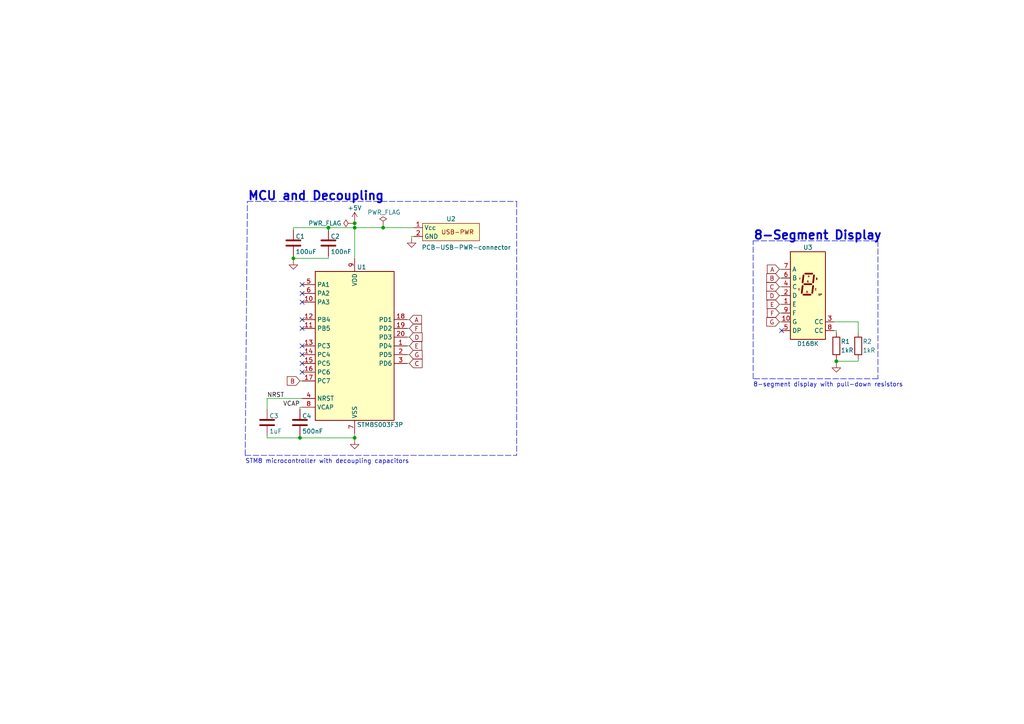
<source format=kicad_sch>
(kicad_sch (version 20211123) (generator eeschema)
  (paper "A4")
  (title_block (title "Career Fair Spring 24 Handout") (date "2024-01-09") (rev "0.12") (company "Johnathan Trachte"))
  (lib_symbols
    (symbol "Device:C" (pin_numbers hide) (pin_names (offset 0.254))
      (property "Reference" "C" (at 0.635 2.54 0))
      (property "Value" "C" (at 0.635 -2.54 0))
      (symbol "C_0_1"
        (polyline (pts (xy -2.032 -0.762) (xy 2.032 -0.762)) (stroke (width 0.508)))
        (polyline (pts (xy -2.032 0.762) (xy 2.032 0.762)) (stroke (width 0.508)))
      )
      (symbol "C_1_1"
        (pin passive line (at 0 3.81 270) (length 2.794) (name "~") (number "1"))
        (pin passive line (at 0 -3.81 90) (length 2.794) (name "~") (number "2"))
      )
    )
    (symbol "Device:R" (pin_numbers hide) (pin_names (offset 0))
      (property "Reference" "R" (at 2.032 0 90))
      (property "Value" "R" (at 0 0 90))
      (symbol "R_0_1"
        (rectangle (start -1.016 -2.54) (end 1.016 2.54) (stroke (width 0.254)))
      )
      (symbol "R_1_1"
        (pin passive line (at 0 3.81 270) (length 1.27) (name "~") (number "1"))
        (pin passive line (at 0 -3.81 90) (length 1.27) (name "~") (number "2"))
      )
    )
    (symbol "Display_Character:D168K"
      (property "Reference" "U" (at -2.54 13.97 0))
      (property "Value" "D168K" (at 1.27 13.97 0))
      (symbol "D168K_0_0"
        (text "A" (at 0.254 5.588 0) (effects (font (size 0.508 0.508))))
        (text "B" (at 2.54 4.826 0) (effects (font (size 0.508 0.508))))
        (text "C" (at 2.286 1.778 0) (effects (font (size 0.508 0.508))))
        (text "D" (at -0.254 1.016 0) (effects (font (size 0.508 0.508))))
        (text "DP" (at 3.556 0.254 0) (effects (font (size 0.508 0.508))))
        (text "E" (at -2.54 1.778 0) (effects (font (size 0.508 0.508))))
        (text "F" (at -2.286 4.826 0) (effects (font (size 0.508 0.508))))
        (text "G" (at 0 4.064 0) (effects (font (size 0.508 0.508))))
      )
      (symbol "D168K_0_1"
        (rectangle (start -5.08 12.7) (end 5.08 -12.7) (stroke (width 0.254)) (fill (type background)))
        (polyline (pts (xy -1.524 2.794) (xy -1.778 0.762)) (stroke (width 0.508)))
        (polyline (pts (xy -1.27 0.254) (xy 0.762 0.254)) (stroke (width 0.508)))
        (polyline (pts (xy -1.27 5.842) (xy -1.524 3.81)) (stroke (width 0.508)))
        (polyline (pts (xy -1.016 3.302) (xy 1.016 3.302)) (stroke (width 0.508)))
        (polyline (pts (xy -0.762 6.35) (xy 1.27 6.35)) (stroke (width 0.508)))
        (polyline (pts (xy 1.524 2.794) (xy 1.27 0.762)) (stroke (width 0.508)))
        (polyline (pts (xy 1.778 5.842) (xy 1.524 3.81)) (stroke (width 0.508)))
        (polyline (pts (xy 2.54 0.254) (xy 2.54 0.254)) (stroke (width 0.508)))
      )
      (symbol "D168K_1_1"
        (pin input line (at -7.62 -2.54 0) (length 2.54) (name "E") (number "1"))
        (pin input line (at -7.62 -7.62 0) (length 2.54) (name "G") (number "10"))
        (pin input line (at -7.62 0 0) (length 2.54) (name "D") (number "2"))
        (pin input line (at 7.62 -7.62 180) (length 2.54) (name "CC") (number "3"))
        (pin input line (at -7.62 2.54 0) (length 2.54) (name "C") (number "4"))
        (pin input line (at -7.62 -10.16 0) (length 2.54) (name "DP") (number "5"))
        (pin input line (at -7.62 5.08 0) (length 2.54) (name "B") (number "6"))
        (pin input line (at -7.62 7.62 0) (length 2.54) (name "A") (number "7"))
        (pin input line (at 7.62 -10.16 180) (length 2.54) (name "CC") (number "8"))
        (pin input line (at -7.62 -5.08 0) (length 2.54) (name "F") (number "9"))
      )
    )
    (symbol "MCU_ST_STM8:STM8S003F3P"
      (property "Reference" "U" (at 1.27 25.4 0))
      (property "Value" "STM8S003F3P" (at 1.27 22.86 0))
      (symbol "STM8S003F3P_0_1"
        (rectangle (start -11.43 21.59) (end 11.43 -21.59) (stroke (width 0.254)) (fill (type background)))
      )
      (symbol "STM8S003F3P_1_1"
        (pin bidirectional line (at 15.24 0 180) (length 3.81) (name "PD4") (number "1"))
        (pin bidirectional line (at -15.24 12.7 0) (length 3.81) (name "PA3") (number "10"))
        (pin bidirectional line (at -15.24 5.08 0) (length 3.81) (name "PB5") (number "11"))
        (pin bidirectional line (at -15.24 7.62 0) (length 3.81) (name "PB4") (number "12"))
        (pin bidirectional line (at -15.24 0 0) (length 3.81) (name "PC3") (number "13"))
        (pin bidirectional line (at -15.24 -2.54 0) (length 3.81) (name "PC4") (number "14"))
        (pin bidirectional line (at -15.24 -5.08 0) (length 3.81) (name "PC5") (number "15"))
        (pin bidirectional line (at -15.24 -7.62 0) (length 3.81) (name "PC6") (number "16"))
        (pin bidirectional line (at -15.24 -10.16 0) (length 3.81) (name "PC7") (number "17"))
        (pin bidirectional line (at 15.24 7.62 180) (length 3.81) (name "PD1") (number "18"))
        (pin bidirectional line (at 15.24 5.08 180) (length 3.81) (name "PD2") (number "19"))
        (pin bidirectional line (at 15.24 -2.54 180) (length 3.81) (name "PD5") (number "2"))
        (pin bidirectional line (at 15.24 2.54 180) (length 3.81) (name "PD3") (number "20"))
        (pin bidirectional line (at 15.24 -5.08 180) (length 3.81) (name "PD6") (number "3"))
        (pin input line (at -15.24 -15.24 0) (length 3.81) (name "NRST") (number "4"))
        (pin bidirectional line (at -15.24 17.78 0) (length 3.81) (name "PA1") (number "5"))
        (pin bidirectional line (at -15.24 15.24 0) (length 3.81) (name "PA2") (number "6"))
        (pin power_in line (at 0 -25.4 90) (length 3.81) (name "VSS") (number "7"))
        (pin passive line (at -15.24 -17.78 0) (length 3.81) (name "VCAP") (number "8"))
        (pin power_in line (at 0 25.4 270) (length 3.81) (name "VDD") (number "9"))
      )
    )
    (symbol "PCB-USB:PCB-USB-PWR-connector"
      (property "Reference" "U2" (at 10.16 11.43 0))
      (property "Value" "PCB-USB-PWR-connector" (at 10.16 9.525 0))
      (symbol "PCB-USB-PWR-connector_0_0"
        (text "USB-PWR" (at 11.43 -5.08 0) (effects (font (size 1.27 1.27))))
      )
      (symbol "PCB-USB-PWR-connector_0_1"
        (rectangle (start 1.27 -2.54) (end 17.78 -7.62) (fill (type background)))
      )
      (symbol "PCB-USB-PWR-connector_1_1"
        (pin power_in line (at -1.27 -6.35 0) (length 2.54) (name "Vcc") (number "1"))
        (pin power_out line (at -1.27 -3.81 0) (length 2.54) (name "GND") (number "2"))
      )
    )
    (symbol "power:+5V" (power) (pin_names (offset 0))
      (property "Value" "+5V" (at 0 3.556 0))
      (symbol "+5V_0_1"
        (polyline (pts (xy -0.762 1.27) (xy 0 2.54)))
        (polyline (pts (xy 0 0) (xy 0 2.54)))
        (polyline (pts (xy 0 2.54) (xy 0.762 1.27)))
      )
      (symbol "+5V_1_1"
        (pin power_in line (at 0 0 90) (length 0) hide (name "+5V") (number "1"))
      )
    )
    (symbol "power:GND" (power) (pin_names (offset 0))
      (property "Value" "GND" (at 0 -3.81 0))
      (symbol "GND_0_1"
        (polyline (pts (xy 0 0) (xy 0 -1.27) (xy 1.27 -1.27) (xy 0 -2.54) (xy -1.27 -1.27) (xy 0 -1.27)))
      )
      (symbol "GND_1_1"
        (pin power_in line (at 0 0 270) (length 0) hide (name "GND") (number "1"))
      )
    )
    (symbol "power:PWR_FLAG" (power) (pin_numbers hide) (pin_names (offset 0) hide)
      (property "Value" "PWR_FLAG" (at 0 3.81 0))
      (symbol "PWR_FLAG_0_0"
        (pin power_out line (at 0 0 90) (length 0) (name "pwr") (number "1"))
      )
      (symbol "PWR_FLAG_0_1"
        (polyline (pts (xy 0 0) (xy 0 1.27) (xy -1.016 1.905) (xy 0 2.54) (xy 1.016 1.905) (xy 0 1.27)))
      )
    )
  )
  (junction (at 86.995 127))
  (junction (at 102.87 64.77))
  (junction (at 111.125 66.04))
  (junction (at 85.09 74.93))
  (junction (at 95.25 66.04))
  (junction (at 242.57 104.775))
  (junction (at 102.87 66.04))
  (junction (at 102.87 127))
  (no_connect (at 87.63 82.55))
  (no_connect (at 87.63 100.33))
  (no_connect (at 87.63 87.63))
  (no_connect (at 87.63 102.87))
  (no_connect (at 87.63 105.41))
  (no_connect (at 87.63 85.09))
  (no_connect (at 87.63 107.95))
  (no_connect (at 226.695 95.885))
  (no_connect (at 87.63 92.71))
  (no_connect (at 87.63 95.25))
  (polyline (pts (xy 218.44 69.85) (xy 254.635 69.85)))
  (polyline (pts (xy 218.44 109.855) (xy 218.44 69.85)))
  (wire (pts (xy 87.63 115.57) (xy 77.47 115.57)))
  (wire (pts (xy 242.57 104.775) (xy 248.92 104.775)))
  (wire (pts (xy 77.47 127) (xy 86.995 127)))
  (wire (pts (xy 226.06 83.185) (xy 226.695 83.185)))
  (wire (pts (xy 241.935 95.885) (xy 242.57 95.885)))
  (polyline (pts (xy 71.12 132.08) (xy 149.86 132.08)))
  (wire (pts (xy 85.09 74.93) (xy 85.09 75.565)))
  (wire (pts (xy 86.995 110.49) (xy 87.63 110.49)))
  (wire (pts (xy 102.87 64.135) (xy 102.87 64.77)))
  (wire (pts (xy 95.25 74.93) (xy 95.25 74.295)))
  (wire (pts (xy 118.745 105.41) (xy 118.11 105.41)))
  (wire (pts (xy 95.25 66.04) (xy 102.87 66.04)))
  (wire (pts (xy 86.995 118.11) (xy 86.995 118.745)))
  (wire (pts (xy 87.63 118.11) (xy 86.995 118.11)))
  (wire (pts (xy 102.87 127) (xy 102.87 125.73)))
  (wire (pts (xy 242.57 104.14) (xy 242.57 104.775)))
  (wire (pts (xy 111.125 65.405) (xy 111.125 66.04)))
  (wire (pts (xy 102.235 64.77) (xy 102.87 64.77)))
  (wire (pts (xy 102.87 66.04) (xy 111.125 66.04)))
  (polyline (pts (xy 149.86 58.42) (xy 149.86 132.08)))
  (wire (pts (xy 248.92 93.345) (xy 248.92 96.52)))
  (wire (pts (xy 248.92 104.14) (xy 248.92 104.775)))
  (wire (pts (xy 85.09 66.675) (xy 85.09 66.04)))
  (wire (pts (xy 85.09 74.93) (xy 95.25 74.93)))
  (wire (pts (xy 86.995 127) (xy 102.87 127)))
  (wire (pts (xy 102.87 66.04) (xy 102.87 74.93)))
  (wire (pts (xy 226.06 93.345) (xy 226.695 93.345)))
  (wire (pts (xy 85.09 74.295) (xy 85.09 74.93)))
  (wire (pts (xy 119.38 68.58) (xy 120.015 68.58)))
  (wire (pts (xy 95.25 66.04) (xy 95.25 66.675)))
  (wire (pts (xy 241.935 93.345) (xy 248.92 93.345)))
  (wire (pts (xy 118.745 102.87) (xy 118.11 102.87)))
  (wire (pts (xy 226.06 88.265) (xy 226.695 88.265)))
  (wire (pts (xy 118.745 100.33) (xy 118.11 100.33)))
  (polyline (pts (xy 254.635 109.855) (xy 218.44 109.855)))
  (wire (pts (xy 85.09 66.04) (xy 95.25 66.04)))
  (polyline (pts (xy 71.755 58.42) (xy 149.86 58.42)))
  (wire (pts (xy 118.745 92.71) (xy 118.11 92.71)))
  (polyline (pts (xy 254.635 69.85) (xy 254.635 109.855)))
  (wire (pts (xy 226.06 78.105) (xy 226.695 78.105)))
  (wire (pts (xy 242.57 104.775) (xy 242.57 105.41)))
  (wire (pts (xy 111.125 66.04) (xy 120.015 66.04)))
  (wire (pts (xy 86.995 126.365) (xy 86.995 127)))
  (wire (pts (xy 242.57 95.885) (xy 242.57 96.52)))
  (wire (pts (xy 118.745 97.79) (xy 118.11 97.79)))
  (wire (pts (xy 226.06 90.805) (xy 226.695 90.805)))
  (wire (pts (xy 102.87 127) (xy 102.87 127.635)))
  (wire (pts (xy 77.47 115.57) (xy 77.47 118.745)))
  (wire (pts (xy 226.06 85.725) (xy 226.695 85.725)))
  (wire (pts (xy 119.38 69.215) (xy 119.38 68.58)))
  (wire (pts (xy 118.745 95.25) (xy 118.11 95.25)))
  (polyline (pts (xy 71.12 132.08) (xy 71.755 58.42)))
  (wire (pts (xy 102.87 64.77) (xy 102.87 66.04)))
  (wire (pts (xy 77.47 126.365) (xy 77.47 127)))
  (wire (pts (xy 226.06 80.645) (xy 226.695 80.645)))
  (text "8-Segment Display" (at 218.44 69.85 0) (effects (font (size 2.5 2.5) (thickness 0.5) bold) (justify left bottom)))
  (text "STM8 microcontroller with decoupling capacitors" (at 71.12 134.62 0) (effects (font (size 1.27 1.27)) (justify left bottom)))
  (text "MCU and Decoupling" (at 71.755 58.42 0) (effects (font (size 2.5 2.5) (thickness 0.5) bold) (justify left bottom)))
  (text "8-segment display with pull-down resistors" (at 218.44 112.395 0) (effects (font (size 1.27 1.27)) (justify left bottom)))
  (label "VCAP" (at 86.995 118.11 180))
  (label "NRST" (at 77.47 115.57 0))
  (global_label "E" (shape input) (at 118.745 100.33 0) (property "Intersheet References" "${INTERSHEET_REFS}" (effects hide)))
  (global_label "F" (shape input) (at 118.745 95.25 0) (property "Intersheet References" "${INTERSHEET_REFS}" (effects hide)))
  (global_label "D" (shape input) (at 118.745 97.79 0) (property "Intersheet References" "${INTERSHEET_REFS}" (effects hide)))
  (global_label "G" (shape input) (at 118.745 102.87 0) (property "Intersheet References" "${INTERSHEET_REFS}" (effects hide)))
  (global_label "G" (shape input) (at 226.06 93.345 180) (property "Intersheet References" "${INTERSHEET_REFS}" (effects hide)))
  (global_label "B" (shape input) (at 226.06 80.645 180) (property "Intersheet References" "${INTERSHEET_REFS}" (effects hide)))
  (global_label "A" (shape input) (at 226.06 78.105 180) (property "Intersheet References" "${INTERSHEET_REFS}" (effects hide)))
  (global_label "B" (shape input) (at 86.995 110.49 180) (property "Intersheet References" "${INTERSHEET_REFS}" (effects hide)))
  (global_label "A" (shape input) (at 118.745 92.71 0) (property "Intersheet References" "${INTERSHEET_REFS}" (effects hide)))
  (global_label "D" (shape input) (at 226.06 85.725 180) (property "Intersheet References" "${INTERSHEET_REFS}" (effects hide)))
  (global_label "E" (shape input) (at 226.06 88.265 180) (property "Intersheet References" "${INTERSHEET_REFS}" (effects hide)))
  (global_label "F" (shape input) (at 226.06 90.805 180) (property "Intersheet References" "${INTERSHEET_REFS}" (effects hide)))
  (global_label "C" (shape input) (at 118.745 105.41 0) (property "Intersheet References" "${INTERSHEET_REFS}" (effects hide)))
  (global_label "C" (shape input) (at 226.06 83.185 180) (property "Intersheet References" "${INTERSHEET_REFS}" (effects hide)))
  (symbol (lib_id "Device:R") (at 248.92 100.33 0) (unit 1)
    (property "Reference" "R2" (at 250.19 99.06 0) (effects (justify left)))
    (property "Value" "1kR" (at 250.19 101.6 0) (effects (justify left)))
    (property "Footprint" "Resistor_SMD:R_0402_1005Metric" (effects hide))
  )
  (symbol (lib_id "power:GND") (at 242.57 105.41 0) (unit 1)
    (property "Reference" "#PWR03" (effects hide))
    (property "Value" "GND" (effects hide))
  )
  (symbol (lib_id "Device:C") (at 95.25 70.485 0) (unit 1)
    (property "Reference" "C2" (at 95.885 68.58 0) (effects (justify left)))
    (property "Value" "100nF" (at 95.885 73.025 0) (effects (justify left)))
    (property "Footprint" "Capacitor_SMD:C_0603_1608Metric" (effects hide))
  )
  (symbol (lib_id "power:GND") (at 102.87 127.635 0) (unit 1)
    (property "Reference" "#PWR04" (effects hide))
    (property "Value" "GND" (effects hide))
  )
  (symbol (lib_id "Device:C") (at 77.47 122.555 0) (unit 1)
    (property "Reference" "C3" (at 78.105 120.65 0) (effects (justify left)))
    (property "Value" "1uF" (at 78.105 125.095 0) (effects (justify left)))
    (property "Footprint" "Capacitor_SMD:C_0603_1608Metric" (effects hide))
  )
  (symbol (lib_id "power:GND") (at 85.09 75.565 0) (unit 1)
    (property "Reference" "#PWR02" (effects hide))
    (property "Value" "GND" (effects hide))
  )
  (symbol (lib_id "Display_Character:D168K") (at 234.315 85.725 0) (unit 1)
    (property "Reference" "U3" (at 234.315 71.755 0))
    (property "Value" "D168K" (at 234.315 99.695 0))
    (property "Footprint" "Display_7Segment:D1X8K" (effects hide))
    (property "Datasheet" "https://ia800903.us.archive.org/24/items/CTKD1x8K/Cromatek%20D168K.pdf" (effects hide))
  )
  (symbol (lib_id "Device:R") (at 242.57 100.33 0) (unit 1)
    (property "Reference" "R1" (at 243.84 99.06 0) (effects (justify left)))
    (property "Value" "1kR" (at 243.84 101.6 0) (effects (justify left)))
    (property "Footprint" "Resistor_SMD:R_0402_1005Metric" (effects hide))
  )
  (symbol (lib_id "PCB-USB:PCB-USB-PWR-connector") (at 121.285 72.39 0) (mirror x) (unit 1)
    (property "Reference" "U2" (at 130.81 63.5 0))
    (property "Value" "PCB-USB-PWR-connector" (at 135.255 71.755 0))
    (property "Footprint" "PCB-USB:PCB-USB-PWR-connector" (effects hide))
  )
  (symbol (lib_id "MCU_ST_STM8:STM8S003F3P") (at 102.87 100.33 0) (unit 1)
    (property "Reference" "U1" (at 103.505 77.47 0) (effects (justify left)))
    (property "Value" "STM8S003F3P" (at 103.505 123.19 0) (effects (justify left)))
    (property "Footprint" "Package_SO:TSSOP-20_4.4x6.5mm_P0.65mm" (effects hide))
    (property "Datasheet" "http://www.st.com/st-web-ui/static/active/en/resource/technical/document/datasheet/DM00024550.pdf" (effects hide))
  )
  (symbol (lib_id "power:+5V") (at 102.87 64.135 0) (unit 1)
    (property "Reference" "#PWR01" (effects hide))
    (property "Value" "+5V" (at 102.87 60.325 0))
  )
  (symbol (lib_id "power:GND") (at 119.38 69.215 0) (unit 1)
    (property "Reference" "#PWR0101" (effects hide))
    (property "Value" "GND" (effects hide))
  )
  (symbol (lib_id "Device:C") (at 86.995 122.555 0) (unit 1)
    (property "Reference" "C4" (at 87.63 120.65 0) (effects (justify left)))
    (property "Value" "500nF" (at 87.63 125.095 0) (effects (justify left)))
    (property "Footprint" "Capacitor_SMD:C_0805_2012Metric" (effects hide))
  )
  (symbol (lib_id "power:PWR_FLAG") (at 111.125 65.405 0) (mirror y) (unit 1)
    (property "Reference" "#FLG0102" (effects hide))
    (property "Value" "PWR_FLAG" (at 116.205 61.595 0) (effects (justify left)))
  )
  (symbol (lib_id "power:PWR_FLAG") (at 102.235 64.77 90) (mirror x) (unit 1)
    (property "Reference" "#FLG0101" (effects hide))
    (property "Value" "PWR_FLAG" (at 99.06 64.77 90) (effects (justify left)))
  )
  (symbol (lib_id "Device:C") (at 85.09 70.485 0) (unit 1)
    (property "Reference" "C1" (at 85.725 68.58 0) (effects (justify left)))
    (property "Value" "100uF" (at 85.725 73.025 0) (effects (justify left)))
    (property "Footprint" "Capacitor_SMD:C_1206_3216Metric" (effects hide))
  )
)
</source>
